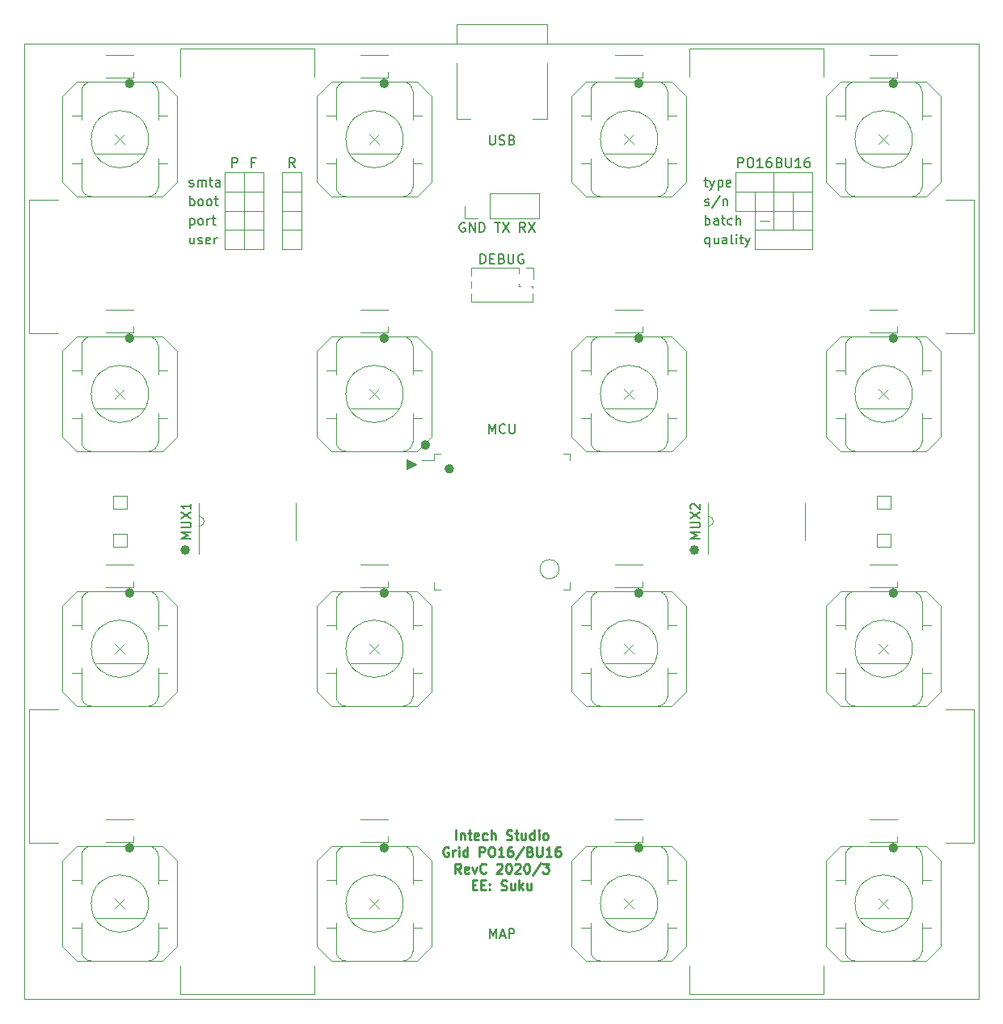
<source format=gbr>
G04 #@! TF.GenerationSoftware,KiCad,Pcbnew,(5.1.5)-3*
G04 #@! TF.CreationDate,2020-04-06T16:24:00+02:00*
G04 #@! TF.ProjectId,PO16_BU16,504f3136-5f42-4553-9136-2e6b69636164,rev?*
G04 #@! TF.SameCoordinates,Original*
G04 #@! TF.FileFunction,Legend,Top*
G04 #@! TF.FilePolarity,Positive*
%FSLAX46Y46*%
G04 Gerber Fmt 4.6, Leading zero omitted, Abs format (unit mm)*
G04 Created by KiCad (PCBNEW (5.1.5)-3) date 2020-04-06 16:24:00*
%MOMM*%
%LPD*%
G04 APERTURE LIST*
%ADD10C,0.150000*%
%ADD11C,0.120000*%
%ADD12C,0.250000*%
%ADD13C,0.500000*%
%ADD14C,0.100000*%
G04 APERTURE END LIST*
D10*
X129095238Y-62428571D02*
X129238095Y-62476190D01*
X129285714Y-62523809D01*
X129333333Y-62619047D01*
X129333333Y-62761904D01*
X129285714Y-62857142D01*
X129238095Y-62904761D01*
X129142857Y-62952380D01*
X128761904Y-62952380D01*
X128761904Y-61952380D01*
X129095238Y-61952380D01*
X129190476Y-62000000D01*
X129238095Y-62047619D01*
X129285714Y-62142857D01*
X129285714Y-62238095D01*
X129238095Y-62333333D01*
X129190476Y-62380952D01*
X129095238Y-62428571D01*
X128761904Y-62428571D01*
X129761904Y-61952380D02*
X129761904Y-62761904D01*
X129809523Y-62857142D01*
X129857142Y-62904761D01*
X129952380Y-62952380D01*
X130142857Y-62952380D01*
X130238095Y-62904761D01*
X130285714Y-62857142D01*
X130333333Y-62761904D01*
X130333333Y-61952380D01*
X131333333Y-62952380D02*
X130761904Y-62952380D01*
X131047619Y-62952380D02*
X131047619Y-61952380D01*
X130952380Y-62095238D01*
X130857142Y-62190476D01*
X130761904Y-62238095D01*
X132190476Y-61952380D02*
X132000000Y-61952380D01*
X131904761Y-62000000D01*
X131857142Y-62047619D01*
X131761904Y-62190476D01*
X131714285Y-62380952D01*
X131714285Y-62761904D01*
X131761904Y-62857142D01*
X131809523Y-62904761D01*
X131904761Y-62952380D01*
X132095238Y-62952380D01*
X132190476Y-62904761D01*
X132238095Y-62857142D01*
X132285714Y-62761904D01*
X132285714Y-62523809D01*
X132238095Y-62428571D01*
X132190476Y-62380952D01*
X132095238Y-62333333D01*
X131904761Y-62333333D01*
X131809523Y-62380952D01*
X131761904Y-62428571D01*
X131714285Y-62523809D01*
D11*
X132500000Y-63500000D02*
X132500000Y-65500000D01*
X130500000Y-65500000D02*
X128500000Y-65500000D01*
X132500000Y-65500000D02*
X130500000Y-65500000D01*
X128500000Y-65500000D02*
X128500000Y-63500000D01*
X128500000Y-63500000D02*
X132500000Y-63500000D01*
X130500000Y-65500000D02*
X128500000Y-65500000D01*
X132500000Y-65500000D02*
X130500000Y-65500000D01*
D10*
X67335595Y-66952380D02*
X67335595Y-65952380D01*
X67335595Y-66333333D02*
X67430833Y-66285714D01*
X67621309Y-66285714D01*
X67716547Y-66333333D01*
X67764166Y-66380952D01*
X67811785Y-66476190D01*
X67811785Y-66761904D01*
X67764166Y-66857142D01*
X67716547Y-66904761D01*
X67621309Y-66952380D01*
X67430833Y-66952380D01*
X67335595Y-66904761D01*
X68383214Y-66952380D02*
X68287976Y-66904761D01*
X68240357Y-66857142D01*
X68192738Y-66761904D01*
X68192738Y-66476190D01*
X68240357Y-66380952D01*
X68287976Y-66333333D01*
X68383214Y-66285714D01*
X68526071Y-66285714D01*
X68621309Y-66333333D01*
X68668928Y-66380952D01*
X68716547Y-66476190D01*
X68716547Y-66761904D01*
X68668928Y-66857142D01*
X68621309Y-66904761D01*
X68526071Y-66952380D01*
X68383214Y-66952380D01*
X69287976Y-66952380D02*
X69192738Y-66904761D01*
X69145119Y-66857142D01*
X69097500Y-66761904D01*
X69097500Y-66476190D01*
X69145119Y-66380952D01*
X69192738Y-66333333D01*
X69287976Y-66285714D01*
X69430833Y-66285714D01*
X69526071Y-66333333D01*
X69573690Y-66380952D01*
X69621309Y-66476190D01*
X69621309Y-66761904D01*
X69573690Y-66857142D01*
X69526071Y-66904761D01*
X69430833Y-66952380D01*
X69287976Y-66952380D01*
X69907023Y-66285714D02*
X70287976Y-66285714D01*
X70049880Y-65952380D02*
X70049880Y-66809523D01*
X70097500Y-66904761D01*
X70192738Y-66952380D01*
X70287976Y-66952380D01*
X121287976Y-66904761D02*
X121383214Y-66952380D01*
X121573690Y-66952380D01*
X121668928Y-66904761D01*
X121716547Y-66809523D01*
X121716547Y-66761904D01*
X121668928Y-66666666D01*
X121573690Y-66619047D01*
X121430833Y-66619047D01*
X121335595Y-66571428D01*
X121287976Y-66476190D01*
X121287976Y-66428571D01*
X121335595Y-66333333D01*
X121430833Y-66285714D01*
X121573690Y-66285714D01*
X121668928Y-66333333D01*
X122859404Y-65904761D02*
X122002261Y-67190476D01*
X123192738Y-66285714D02*
X123192738Y-66952380D01*
X123192738Y-66380952D02*
X123240357Y-66333333D01*
X123335595Y-66285714D01*
X123478452Y-66285714D01*
X123573690Y-66333333D01*
X123621309Y-66428571D01*
X123621309Y-66952380D01*
X121192738Y-64285714D02*
X121573690Y-64285714D01*
X121335595Y-63952380D02*
X121335595Y-64809523D01*
X121383214Y-64904761D01*
X121478452Y-64952380D01*
X121573690Y-64952380D01*
X121811785Y-64285714D02*
X122049880Y-64952380D01*
X122287976Y-64285714D02*
X122049880Y-64952380D01*
X121954642Y-65190476D01*
X121907023Y-65238095D01*
X121811785Y-65285714D01*
X122668928Y-64285714D02*
X122668928Y-65285714D01*
X122668928Y-64333333D02*
X122764166Y-64285714D01*
X122954642Y-64285714D01*
X123049880Y-64333333D01*
X123097500Y-64380952D01*
X123145119Y-64476190D01*
X123145119Y-64761904D01*
X123097500Y-64857142D01*
X123049880Y-64904761D01*
X122954642Y-64952380D01*
X122764166Y-64952380D01*
X122668928Y-64904761D01*
X123954642Y-64904761D02*
X123859404Y-64952380D01*
X123668928Y-64952380D01*
X123573690Y-64904761D01*
X123526071Y-64809523D01*
X123526071Y-64428571D01*
X123573690Y-64333333D01*
X123668928Y-64285714D01*
X123859404Y-64285714D01*
X123954642Y-64333333D01*
X124002261Y-64428571D01*
X124002261Y-64523809D01*
X123526071Y-64619047D01*
X124761904Y-62952380D02*
X124761904Y-61952380D01*
X125142857Y-61952380D01*
X125238095Y-62000000D01*
X125285714Y-62047619D01*
X125333333Y-62142857D01*
X125333333Y-62285714D01*
X125285714Y-62380952D01*
X125238095Y-62428571D01*
X125142857Y-62476190D01*
X124761904Y-62476190D01*
X125952380Y-61952380D02*
X126142857Y-61952380D01*
X126238095Y-62000000D01*
X126333333Y-62095238D01*
X126380952Y-62285714D01*
X126380952Y-62619047D01*
X126333333Y-62809523D01*
X126238095Y-62904761D01*
X126142857Y-62952380D01*
X125952380Y-62952380D01*
X125857142Y-62904761D01*
X125761904Y-62809523D01*
X125714285Y-62619047D01*
X125714285Y-62285714D01*
X125761904Y-62095238D01*
X125857142Y-62000000D01*
X125952380Y-61952380D01*
X127333333Y-62952380D02*
X126761904Y-62952380D01*
X127047619Y-62952380D02*
X127047619Y-61952380D01*
X126952380Y-62095238D01*
X126857142Y-62190476D01*
X126761904Y-62238095D01*
X128190476Y-61952380D02*
X128000000Y-61952380D01*
X127904761Y-62000000D01*
X127857142Y-62047619D01*
X127761904Y-62190476D01*
X127714285Y-62380952D01*
X127714285Y-62761904D01*
X127761904Y-62857142D01*
X127809523Y-62904761D01*
X127904761Y-62952380D01*
X128095238Y-62952380D01*
X128190476Y-62904761D01*
X128238095Y-62857142D01*
X128285714Y-62761904D01*
X128285714Y-62523809D01*
X128238095Y-62428571D01*
X128190476Y-62380952D01*
X128095238Y-62333333D01*
X127904761Y-62333333D01*
X127809523Y-62380952D01*
X127761904Y-62428571D01*
X127714285Y-62523809D01*
X121764166Y-70285714D02*
X121764166Y-71285714D01*
X121764166Y-70904761D02*
X121668928Y-70952380D01*
X121478452Y-70952380D01*
X121383214Y-70904761D01*
X121335595Y-70857142D01*
X121287976Y-70761904D01*
X121287976Y-70476190D01*
X121335595Y-70380952D01*
X121383214Y-70333333D01*
X121478452Y-70285714D01*
X121668928Y-70285714D01*
X121764166Y-70333333D01*
X122668928Y-70285714D02*
X122668928Y-70952380D01*
X122240357Y-70285714D02*
X122240357Y-70809523D01*
X122287976Y-70904761D01*
X122383214Y-70952380D01*
X122526071Y-70952380D01*
X122621309Y-70904761D01*
X122668928Y-70857142D01*
X123573690Y-70952380D02*
X123573690Y-70428571D01*
X123526071Y-70333333D01*
X123430833Y-70285714D01*
X123240357Y-70285714D01*
X123145119Y-70333333D01*
X123573690Y-70904761D02*
X123478452Y-70952380D01*
X123240357Y-70952380D01*
X123145119Y-70904761D01*
X123097500Y-70809523D01*
X123097500Y-70714285D01*
X123145119Y-70619047D01*
X123240357Y-70571428D01*
X123478452Y-70571428D01*
X123573690Y-70523809D01*
X124192738Y-70952380D02*
X124097500Y-70904761D01*
X124049880Y-70809523D01*
X124049880Y-69952380D01*
X124573690Y-70952380D02*
X124573690Y-70285714D01*
X124573690Y-69952380D02*
X124526071Y-70000000D01*
X124573690Y-70047619D01*
X124621309Y-70000000D01*
X124573690Y-69952380D01*
X124573690Y-70047619D01*
X124907023Y-70285714D02*
X125287976Y-70285714D01*
X125049880Y-69952380D02*
X125049880Y-70809523D01*
X125097500Y-70904761D01*
X125192738Y-70952380D01*
X125287976Y-70952380D01*
X125526071Y-70285714D02*
X125764166Y-70952380D01*
X126002261Y-70285714D02*
X125764166Y-70952380D01*
X125668928Y-71190476D01*
X125621309Y-71238095D01*
X125526071Y-71285714D01*
X121335595Y-68952380D02*
X121335595Y-67952380D01*
X121335595Y-68333333D02*
X121430833Y-68285714D01*
X121621309Y-68285714D01*
X121716547Y-68333333D01*
X121764166Y-68380952D01*
X121811785Y-68476190D01*
X121811785Y-68761904D01*
X121764166Y-68857142D01*
X121716547Y-68904761D01*
X121621309Y-68952380D01*
X121430833Y-68952380D01*
X121335595Y-68904761D01*
X122668928Y-68952380D02*
X122668928Y-68428571D01*
X122621309Y-68333333D01*
X122526071Y-68285714D01*
X122335595Y-68285714D01*
X122240357Y-68333333D01*
X122668928Y-68904761D02*
X122573690Y-68952380D01*
X122335595Y-68952380D01*
X122240357Y-68904761D01*
X122192738Y-68809523D01*
X122192738Y-68714285D01*
X122240357Y-68619047D01*
X122335595Y-68571428D01*
X122573690Y-68571428D01*
X122668928Y-68523809D01*
X123002261Y-68285714D02*
X123383214Y-68285714D01*
X123145119Y-67952380D02*
X123145119Y-68809523D01*
X123192738Y-68904761D01*
X123287976Y-68952380D01*
X123383214Y-68952380D01*
X124145119Y-68904761D02*
X124049880Y-68952380D01*
X123859404Y-68952380D01*
X123764166Y-68904761D01*
X123716547Y-68857142D01*
X123668928Y-68761904D01*
X123668928Y-68476190D01*
X123716547Y-68380952D01*
X123764166Y-68333333D01*
X123859404Y-68285714D01*
X124049880Y-68285714D01*
X124145119Y-68333333D01*
X124573690Y-68952380D02*
X124573690Y-67952380D01*
X125002261Y-68952380D02*
X125002261Y-68428571D01*
X124954642Y-68333333D01*
X124859404Y-68285714D01*
X124716547Y-68285714D01*
X124621309Y-68333333D01*
X124573690Y-68380952D01*
X67335595Y-68285714D02*
X67335595Y-69285714D01*
X67335595Y-68333333D02*
X67430833Y-68285714D01*
X67621309Y-68285714D01*
X67716547Y-68333333D01*
X67764166Y-68380952D01*
X67811785Y-68476190D01*
X67811785Y-68761904D01*
X67764166Y-68857142D01*
X67716547Y-68904761D01*
X67621309Y-68952380D01*
X67430833Y-68952380D01*
X67335595Y-68904761D01*
X68383214Y-68952380D02*
X68287976Y-68904761D01*
X68240357Y-68857142D01*
X68192738Y-68761904D01*
X68192738Y-68476190D01*
X68240357Y-68380952D01*
X68287976Y-68333333D01*
X68383214Y-68285714D01*
X68526071Y-68285714D01*
X68621309Y-68333333D01*
X68668928Y-68380952D01*
X68716547Y-68476190D01*
X68716547Y-68761904D01*
X68668928Y-68857142D01*
X68621309Y-68904761D01*
X68526071Y-68952380D01*
X68383214Y-68952380D01*
X69145119Y-68952380D02*
X69145119Y-68285714D01*
X69145119Y-68476190D02*
X69192738Y-68380952D01*
X69240357Y-68333333D01*
X69335595Y-68285714D01*
X69430833Y-68285714D01*
X69621309Y-68285714D02*
X70002261Y-68285714D01*
X69764166Y-67952380D02*
X69764166Y-68809523D01*
X69811785Y-68904761D01*
X69907023Y-68952380D01*
X70002261Y-68952380D01*
X67287976Y-64904761D02*
X67383214Y-64952380D01*
X67573690Y-64952380D01*
X67668928Y-64904761D01*
X67716547Y-64809523D01*
X67716547Y-64761904D01*
X67668928Y-64666666D01*
X67573690Y-64619047D01*
X67430833Y-64619047D01*
X67335595Y-64571428D01*
X67287976Y-64476190D01*
X67287976Y-64428571D01*
X67335595Y-64333333D01*
X67430833Y-64285714D01*
X67573690Y-64285714D01*
X67668928Y-64333333D01*
X68145119Y-64952380D02*
X68145119Y-64285714D01*
X68145119Y-64380952D02*
X68192738Y-64333333D01*
X68287976Y-64285714D01*
X68430833Y-64285714D01*
X68526071Y-64333333D01*
X68573690Y-64428571D01*
X68573690Y-64952380D01*
X68573690Y-64428571D02*
X68621309Y-64333333D01*
X68716547Y-64285714D01*
X68859404Y-64285714D01*
X68954642Y-64333333D01*
X69002261Y-64428571D01*
X69002261Y-64952380D01*
X69335595Y-64285714D02*
X69716547Y-64285714D01*
X69478452Y-63952380D02*
X69478452Y-64809523D01*
X69526071Y-64904761D01*
X69621309Y-64952380D01*
X69716547Y-64952380D01*
X70478452Y-64952380D02*
X70478452Y-64428571D01*
X70430833Y-64333333D01*
X70335595Y-64285714D01*
X70145119Y-64285714D01*
X70049880Y-64333333D01*
X70478452Y-64904761D02*
X70383214Y-64952380D01*
X70145119Y-64952380D01*
X70049880Y-64904761D01*
X70002261Y-64809523D01*
X70002261Y-64714285D01*
X70049880Y-64619047D01*
X70145119Y-64571428D01*
X70383214Y-64571428D01*
X70478452Y-64523809D01*
X71738095Y-62952380D02*
X71738095Y-61952380D01*
X72119047Y-61952380D01*
X72214285Y-62000000D01*
X72261904Y-62047619D01*
X72309523Y-62142857D01*
X72309523Y-62285714D01*
X72261904Y-62380952D01*
X72214285Y-62428571D01*
X72119047Y-62476190D01*
X71738095Y-62476190D01*
X74142857Y-62428571D02*
X73809523Y-62428571D01*
X73809523Y-62952380D02*
X73809523Y-61952380D01*
X74285714Y-61952380D01*
X67764166Y-70285714D02*
X67764166Y-70952380D01*
X67335595Y-70285714D02*
X67335595Y-70809523D01*
X67383214Y-70904761D01*
X67478452Y-70952380D01*
X67621309Y-70952380D01*
X67716547Y-70904761D01*
X67764166Y-70857142D01*
X68192738Y-70904761D02*
X68287976Y-70952380D01*
X68478452Y-70952380D01*
X68573690Y-70904761D01*
X68621309Y-70809523D01*
X68621309Y-70761904D01*
X68573690Y-70666666D01*
X68478452Y-70619047D01*
X68335595Y-70619047D01*
X68240357Y-70571428D01*
X68192738Y-70476190D01*
X68192738Y-70428571D01*
X68240357Y-70333333D01*
X68335595Y-70285714D01*
X68478452Y-70285714D01*
X68573690Y-70333333D01*
X69430833Y-70904761D02*
X69335595Y-70952380D01*
X69145119Y-70952380D01*
X69049880Y-70904761D01*
X69002261Y-70809523D01*
X69002261Y-70428571D01*
X69049880Y-70333333D01*
X69145119Y-70285714D01*
X69335595Y-70285714D01*
X69430833Y-70333333D01*
X69478452Y-70428571D01*
X69478452Y-70523809D01*
X69002261Y-70619047D01*
X69907023Y-70952380D02*
X69907023Y-70285714D01*
X69907023Y-70476190D02*
X69954642Y-70380952D01*
X70002261Y-70333333D01*
X70097500Y-70285714D01*
X70192738Y-70285714D01*
X78309523Y-62952380D02*
X77976190Y-62476190D01*
X77738095Y-62952380D02*
X77738095Y-61952380D01*
X78119047Y-61952380D01*
X78214285Y-62000000D01*
X78261904Y-62047619D01*
X78309523Y-62142857D01*
X78309523Y-62285714D01*
X78261904Y-62380952D01*
X78214285Y-62428571D01*
X78119047Y-62476190D01*
X77738095Y-62476190D01*
D11*
X124500000Y-65500000D02*
X124500000Y-63500000D01*
X124500000Y-63500000D02*
X128500000Y-63500000D01*
X128500000Y-63500000D02*
X128500000Y-65500000D01*
X126500000Y-65500000D02*
X124500000Y-65500000D01*
X128500000Y-65500000D02*
X126500000Y-65500000D01*
X73000000Y-67500000D02*
X71000000Y-67500000D01*
X75000000Y-67500000D02*
X73000000Y-67500000D01*
X75000000Y-65500000D02*
X73000000Y-65500000D01*
X73000000Y-67500000D02*
X73000000Y-65500000D01*
X71000000Y-67500000D02*
X73000000Y-67500000D01*
X71000000Y-65500000D02*
X71000000Y-67500000D01*
X73000000Y-67500000D02*
X75000000Y-67500000D01*
X73000000Y-65500000D02*
X71000000Y-65500000D01*
X75000000Y-67500000D02*
X75000000Y-65500000D01*
X75000000Y-65500000D02*
X75000000Y-67500000D01*
X73000000Y-65500000D02*
X73000000Y-67500000D01*
X71000000Y-65500000D02*
X73000000Y-65500000D01*
X73000000Y-65500000D02*
X75000000Y-65500000D01*
X77000000Y-65500000D02*
X79000000Y-65500000D01*
X128500000Y-69500000D02*
X130500000Y-69500000D01*
X128500000Y-67500000D02*
X128500000Y-69500000D01*
X130500000Y-69500000D02*
X130500000Y-67500000D01*
X127000000Y-68500000D02*
X128000000Y-68500000D01*
X128500000Y-69500000D02*
X126500000Y-69500000D01*
X128500000Y-67500000D02*
X128500000Y-69500000D01*
X128500000Y-69500000D02*
X128500000Y-67500000D01*
X130500000Y-69500000D02*
X128500000Y-69500000D01*
X130500000Y-67500000D02*
X130500000Y-69500000D01*
X126500000Y-69500000D02*
X128500000Y-69500000D01*
X126500000Y-67500000D02*
X126500000Y-69500000D01*
X77000000Y-69500000D02*
X79000000Y-69500000D01*
X79000000Y-67500000D02*
X77000000Y-67500000D01*
X77000000Y-67500000D02*
X77000000Y-69500000D01*
X79000000Y-69500000D02*
X79000000Y-67500000D01*
X79000000Y-71500000D02*
X79000000Y-69500000D01*
X77000000Y-69500000D02*
X77000000Y-71500000D01*
X79000000Y-69500000D02*
X77000000Y-69500000D01*
X77000000Y-71500000D02*
X79000000Y-71500000D01*
X77000000Y-67500000D02*
X79000000Y-67500000D01*
X79000000Y-65500000D02*
X77000000Y-65500000D01*
X77000000Y-65500000D02*
X77000000Y-67500000D01*
X79000000Y-67500000D02*
X79000000Y-65500000D01*
X126500000Y-71500000D02*
X126500000Y-69500000D01*
X126500000Y-69500000D02*
X130500000Y-69500000D01*
X132500000Y-69500000D02*
X132500000Y-71500000D01*
X128500000Y-71500000D02*
X126500000Y-71500000D01*
X132500000Y-71500000D02*
X128500000Y-71500000D01*
X130500000Y-71500000D02*
X128500000Y-71500000D01*
X128500000Y-71500000D02*
X126500000Y-71500000D01*
X130500000Y-67500000D02*
X132500000Y-67500000D01*
X130500000Y-65500000D02*
X132500000Y-65500000D01*
X130500000Y-65500000D02*
X130500000Y-67500000D01*
X132500000Y-67500000D02*
X132500000Y-65500000D01*
X132500000Y-67500000D02*
X130500000Y-67500000D01*
X130500000Y-67500000D02*
X130500000Y-65500000D01*
X132500000Y-65500000D02*
X130500000Y-65500000D01*
X75000000Y-63500000D02*
X73000000Y-63500000D01*
X73000000Y-65500000D02*
X73000000Y-63500000D01*
X71000000Y-67500000D02*
X73000000Y-67500000D01*
X71000000Y-63500000D02*
X71000000Y-65500000D01*
X73000000Y-63500000D02*
X71000000Y-63500000D01*
X73000000Y-63500000D02*
X73000000Y-65500000D01*
X73000000Y-67500000D02*
X75000000Y-67500000D01*
X75000000Y-65500000D02*
X75000000Y-63500000D01*
X79000000Y-63500000D02*
X77000000Y-63500000D01*
X77000000Y-63500000D02*
X77000000Y-65500000D01*
X79000000Y-65500000D02*
X79000000Y-63500000D01*
X75000000Y-67500000D02*
X75000000Y-69500000D01*
X75000000Y-69500000D02*
X75000000Y-67500000D01*
X73000000Y-67500000D02*
X71000000Y-67500000D01*
X71000000Y-67500000D02*
X71000000Y-69500000D01*
X71000000Y-69500000D02*
X73000000Y-69500000D01*
X73000000Y-69500000D02*
X73000000Y-67500000D01*
X75000000Y-67500000D02*
X73000000Y-67500000D01*
X75000000Y-69500000D02*
X75000000Y-71500000D01*
X75000000Y-71500000D02*
X75000000Y-69500000D01*
X73000000Y-71500000D02*
X75000000Y-71500000D01*
X73000000Y-69500000D02*
X73000000Y-71500000D01*
X73000000Y-69500000D02*
X71000000Y-69500000D01*
X71000000Y-69500000D02*
X71000000Y-71500000D01*
X71000000Y-71500000D02*
X73000000Y-71500000D01*
X75000000Y-69500000D02*
X73000000Y-69500000D01*
X73000000Y-69500000D02*
X75000000Y-69500000D01*
X73000000Y-67500000D02*
X73000000Y-69500000D01*
X73000000Y-71500000D02*
X73000000Y-69500000D01*
X73000000Y-71500000D02*
X71000000Y-71500000D01*
X75000000Y-71500000D02*
X73000000Y-71500000D01*
X132500000Y-67500000D02*
X132500000Y-69500000D01*
X132500000Y-69500000D02*
X130500000Y-69500000D01*
X128500000Y-67500000D02*
X126500000Y-67500000D01*
X132500000Y-69500000D02*
X132500000Y-67500000D01*
X130500000Y-69500000D02*
X132500000Y-69500000D01*
X126500000Y-67500000D02*
X124500000Y-67500000D01*
X130500000Y-67500000D02*
X128500000Y-67500000D01*
X130500000Y-67500000D02*
X130500000Y-65500000D01*
X128500000Y-67500000D02*
X130500000Y-67500000D01*
X128500000Y-65500000D02*
X128500000Y-67500000D01*
X130500000Y-65500000D02*
X128500000Y-65500000D01*
X128500000Y-67500000D02*
X128500000Y-65500000D01*
X126500000Y-67500000D02*
X128500000Y-67500000D01*
X130500000Y-67500000D02*
X130500000Y-69500000D01*
X126500000Y-65500000D02*
X126500000Y-67500000D01*
X124500000Y-65500000D02*
X124500000Y-67500000D01*
X124500000Y-67500000D02*
X126500000Y-67500000D01*
X126500000Y-67500000D02*
X126500000Y-65500000D01*
X128500000Y-65500000D02*
X126500000Y-65500000D01*
X126500000Y-65500000D02*
X124500000Y-65500000D01*
D10*
X98738095Y-59574380D02*
X98738095Y-60383904D01*
X98785714Y-60479142D01*
X98833333Y-60526761D01*
X98928571Y-60574380D01*
X99119047Y-60574380D01*
X99214285Y-60526761D01*
X99261904Y-60479142D01*
X99309523Y-60383904D01*
X99309523Y-59574380D01*
X99738095Y-60526761D02*
X99880952Y-60574380D01*
X100119047Y-60574380D01*
X100214285Y-60526761D01*
X100261904Y-60479142D01*
X100309523Y-60383904D01*
X100309523Y-60288666D01*
X100261904Y-60193428D01*
X100214285Y-60145809D01*
X100119047Y-60098190D01*
X99928571Y-60050571D01*
X99833333Y-60002952D01*
X99785714Y-59955333D01*
X99738095Y-59860095D01*
X99738095Y-59764857D01*
X99785714Y-59669619D01*
X99833333Y-59622000D01*
X99928571Y-59574380D01*
X100166666Y-59574380D01*
X100309523Y-59622000D01*
X101071428Y-60050571D02*
X101214285Y-60098190D01*
X101261904Y-60145809D01*
X101309523Y-60241047D01*
X101309523Y-60383904D01*
X101261904Y-60479142D01*
X101214285Y-60526761D01*
X101119047Y-60574380D01*
X100738095Y-60574380D01*
X100738095Y-59574380D01*
X101071428Y-59574380D01*
X101166666Y-59622000D01*
X101214285Y-59669619D01*
X101261904Y-59764857D01*
X101261904Y-59860095D01*
X101214285Y-59955333D01*
X101166666Y-60002952D01*
X101071428Y-60050571D01*
X100738095Y-60050571D01*
X96134857Y-68766000D02*
X96039619Y-68718380D01*
X95896761Y-68718380D01*
X95753904Y-68766000D01*
X95658666Y-68861238D01*
X95611047Y-68956476D01*
X95563428Y-69146952D01*
X95563428Y-69289809D01*
X95611047Y-69480285D01*
X95658666Y-69575523D01*
X95753904Y-69670761D01*
X95896761Y-69718380D01*
X95992000Y-69718380D01*
X96134857Y-69670761D01*
X96182476Y-69623142D01*
X96182476Y-69289809D01*
X95992000Y-69289809D01*
X96611047Y-69718380D02*
X96611047Y-68718380D01*
X97182476Y-69718380D01*
X97182476Y-68718380D01*
X97658666Y-69718380D02*
X97658666Y-68718380D01*
X97896761Y-68718380D01*
X98039619Y-68766000D01*
X98134857Y-68861238D01*
X98182476Y-68956476D01*
X98230095Y-69146952D01*
X98230095Y-69289809D01*
X98182476Y-69480285D01*
X98134857Y-69575523D01*
X98039619Y-69670761D01*
X97896761Y-69718380D01*
X97658666Y-69718380D01*
X99277714Y-68718380D02*
X99849142Y-68718380D01*
X99563428Y-69718380D02*
X99563428Y-68718380D01*
X100087238Y-68718380D02*
X100753904Y-69718380D01*
X100753904Y-68718380D02*
X100087238Y-69718380D01*
X102468190Y-69718380D02*
X102134857Y-69242190D01*
X101896761Y-69718380D02*
X101896761Y-68718380D01*
X102277714Y-68718380D01*
X102372952Y-68766000D01*
X102420571Y-68813619D01*
X102468190Y-68908857D01*
X102468190Y-69051714D01*
X102420571Y-69146952D01*
X102372952Y-69194571D01*
X102277714Y-69242190D01*
X101896761Y-69242190D01*
X102801523Y-68718380D02*
X103468190Y-69718380D01*
X103468190Y-68718380D02*
X102801523Y-69718380D01*
X97761904Y-73020380D02*
X97761904Y-72020380D01*
X98000000Y-72020380D01*
X98142857Y-72068000D01*
X98238095Y-72163238D01*
X98285714Y-72258476D01*
X98333333Y-72448952D01*
X98333333Y-72591809D01*
X98285714Y-72782285D01*
X98238095Y-72877523D01*
X98142857Y-72972761D01*
X98000000Y-73020380D01*
X97761904Y-73020380D01*
X98761904Y-72496571D02*
X99095238Y-72496571D01*
X99238095Y-73020380D02*
X98761904Y-73020380D01*
X98761904Y-72020380D01*
X99238095Y-72020380D01*
X100000000Y-72496571D02*
X100142857Y-72544190D01*
X100190476Y-72591809D01*
X100238095Y-72687047D01*
X100238095Y-72829904D01*
X100190476Y-72925142D01*
X100142857Y-72972761D01*
X100047619Y-73020380D01*
X99666666Y-73020380D01*
X99666666Y-72020380D01*
X100000000Y-72020380D01*
X100095238Y-72068000D01*
X100142857Y-72115619D01*
X100190476Y-72210857D01*
X100190476Y-72306095D01*
X100142857Y-72401333D01*
X100095238Y-72448952D01*
X100000000Y-72496571D01*
X99666666Y-72496571D01*
X100666666Y-72020380D02*
X100666666Y-72829904D01*
X100714285Y-72925142D01*
X100761904Y-72972761D01*
X100857142Y-73020380D01*
X101047619Y-73020380D01*
X101142857Y-72972761D01*
X101190476Y-72925142D01*
X101238095Y-72829904D01*
X101238095Y-72020380D01*
X102238095Y-72068000D02*
X102142857Y-72020380D01*
X102000000Y-72020380D01*
X101857142Y-72068000D01*
X101761904Y-72163238D01*
X101714285Y-72258476D01*
X101666666Y-72448952D01*
X101666666Y-72591809D01*
X101714285Y-72782285D01*
X101761904Y-72877523D01*
X101857142Y-72972761D01*
X102000000Y-73020380D01*
X102095238Y-73020380D01*
X102238095Y-72972761D01*
X102285714Y-72925142D01*
X102285714Y-72591809D01*
X102095238Y-72591809D01*
X98738095Y-143632380D02*
X98738095Y-142632380D01*
X99071428Y-143346666D01*
X99404761Y-142632380D01*
X99404761Y-143632380D01*
X99833333Y-143346666D02*
X100309523Y-143346666D01*
X99738095Y-143632380D02*
X100071428Y-142632380D01*
X100404761Y-143632380D01*
X100738095Y-143632380D02*
X100738095Y-142632380D01*
X101119047Y-142632380D01*
X101214285Y-142680000D01*
X101261904Y-142727619D01*
X101309523Y-142822857D01*
X101309523Y-142965714D01*
X101261904Y-143060952D01*
X101214285Y-143108571D01*
X101119047Y-143156190D01*
X100738095Y-143156190D01*
X98642857Y-90800380D02*
X98642857Y-89800380D01*
X98976190Y-90514666D01*
X99309523Y-89800380D01*
X99309523Y-90800380D01*
X100357142Y-90705142D02*
X100309523Y-90752761D01*
X100166666Y-90800380D01*
X100071428Y-90800380D01*
X99928571Y-90752761D01*
X99833333Y-90657523D01*
X99785714Y-90562285D01*
X99738095Y-90371809D01*
X99738095Y-90228952D01*
X99785714Y-90038476D01*
X99833333Y-89943238D01*
X99928571Y-89848000D01*
X100071428Y-89800380D01*
X100166666Y-89800380D01*
X100309523Y-89848000D01*
X100357142Y-89895619D01*
X100785714Y-89800380D02*
X100785714Y-90609904D01*
X100833333Y-90705142D01*
X100880952Y-90752761D01*
X100976190Y-90800380D01*
X101166666Y-90800380D01*
X101261904Y-90752761D01*
X101309523Y-90705142D01*
X101357142Y-90609904D01*
X101357142Y-89800380D01*
X120772380Y-101809523D02*
X119772380Y-101809523D01*
X120486666Y-101476190D01*
X119772380Y-101142857D01*
X120772380Y-101142857D01*
X119772380Y-100666666D02*
X120581904Y-100666666D01*
X120677142Y-100619047D01*
X120724761Y-100571428D01*
X120772380Y-100476190D01*
X120772380Y-100285714D01*
X120724761Y-100190476D01*
X120677142Y-100142857D01*
X120581904Y-100095238D01*
X119772380Y-100095238D01*
X119772380Y-99714285D02*
X120772380Y-99047619D01*
X119772380Y-99047619D02*
X120772380Y-99714285D01*
X119867619Y-98714285D02*
X119820000Y-98666666D01*
X119772380Y-98571428D01*
X119772380Y-98333333D01*
X119820000Y-98238095D01*
X119867619Y-98190476D01*
X119962857Y-98142857D01*
X120058095Y-98142857D01*
X120200952Y-98190476D01*
X120772380Y-98761904D01*
X120772380Y-98142857D01*
X67432380Y-101809523D02*
X66432380Y-101809523D01*
X67146666Y-101476190D01*
X66432380Y-101142857D01*
X67432380Y-101142857D01*
X66432380Y-100666666D02*
X67241904Y-100666666D01*
X67337142Y-100619047D01*
X67384761Y-100571428D01*
X67432380Y-100476190D01*
X67432380Y-100285714D01*
X67384761Y-100190476D01*
X67337142Y-100142857D01*
X67241904Y-100095238D01*
X66432380Y-100095238D01*
X66432380Y-99714285D02*
X67432380Y-99047619D01*
X66432380Y-99047619D02*
X67432380Y-99714285D01*
X67432380Y-98142857D02*
X67432380Y-98714285D01*
X67432380Y-98428571D02*
X66432380Y-98428571D01*
X66575238Y-98523809D01*
X66670476Y-98619047D01*
X66718095Y-98714285D01*
D12*
X95214285Y-133327380D02*
X95214285Y-132327380D01*
X95690476Y-132660714D02*
X95690476Y-133327380D01*
X95690476Y-132755952D02*
X95738095Y-132708333D01*
X95833333Y-132660714D01*
X95976190Y-132660714D01*
X96071428Y-132708333D01*
X96119047Y-132803571D01*
X96119047Y-133327380D01*
X96452380Y-132660714D02*
X96833333Y-132660714D01*
X96595238Y-132327380D02*
X96595238Y-133184523D01*
X96642857Y-133279761D01*
X96738095Y-133327380D01*
X96833333Y-133327380D01*
X97547619Y-133279761D02*
X97452380Y-133327380D01*
X97261904Y-133327380D01*
X97166666Y-133279761D01*
X97119047Y-133184523D01*
X97119047Y-132803571D01*
X97166666Y-132708333D01*
X97261904Y-132660714D01*
X97452380Y-132660714D01*
X97547619Y-132708333D01*
X97595238Y-132803571D01*
X97595238Y-132898809D01*
X97119047Y-132994047D01*
X98452380Y-133279761D02*
X98357142Y-133327380D01*
X98166666Y-133327380D01*
X98071428Y-133279761D01*
X98023809Y-133232142D01*
X97976190Y-133136904D01*
X97976190Y-132851190D01*
X98023809Y-132755952D01*
X98071428Y-132708333D01*
X98166666Y-132660714D01*
X98357142Y-132660714D01*
X98452380Y-132708333D01*
X98880952Y-133327380D02*
X98880952Y-132327380D01*
X99309523Y-133327380D02*
X99309523Y-132803571D01*
X99261904Y-132708333D01*
X99166666Y-132660714D01*
X99023809Y-132660714D01*
X98928571Y-132708333D01*
X98880952Y-132755952D01*
X100500000Y-133279761D02*
X100642857Y-133327380D01*
X100880952Y-133327380D01*
X100976190Y-133279761D01*
X101023809Y-133232142D01*
X101071428Y-133136904D01*
X101071428Y-133041666D01*
X101023809Y-132946428D01*
X100976190Y-132898809D01*
X100880952Y-132851190D01*
X100690476Y-132803571D01*
X100595238Y-132755952D01*
X100547619Y-132708333D01*
X100500000Y-132613095D01*
X100500000Y-132517857D01*
X100547619Y-132422619D01*
X100595238Y-132375000D01*
X100690476Y-132327380D01*
X100928571Y-132327380D01*
X101071428Y-132375000D01*
X101357142Y-132660714D02*
X101738095Y-132660714D01*
X101500000Y-132327380D02*
X101500000Y-133184523D01*
X101547619Y-133279761D01*
X101642857Y-133327380D01*
X101738095Y-133327380D01*
X102500000Y-132660714D02*
X102500000Y-133327380D01*
X102071428Y-132660714D02*
X102071428Y-133184523D01*
X102119047Y-133279761D01*
X102214285Y-133327380D01*
X102357142Y-133327380D01*
X102452380Y-133279761D01*
X102500000Y-133232142D01*
X103404761Y-133327380D02*
X103404761Y-132327380D01*
X103404761Y-133279761D02*
X103309523Y-133327380D01*
X103119047Y-133327380D01*
X103023809Y-133279761D01*
X102976190Y-133232142D01*
X102928571Y-133136904D01*
X102928571Y-132851190D01*
X102976190Y-132755952D01*
X103023809Y-132708333D01*
X103119047Y-132660714D01*
X103309523Y-132660714D01*
X103404761Y-132708333D01*
X103880952Y-133327380D02*
X103880952Y-132660714D01*
X103880952Y-132327380D02*
X103833333Y-132375000D01*
X103880952Y-132422619D01*
X103928571Y-132375000D01*
X103880952Y-132327380D01*
X103880952Y-132422619D01*
X104500000Y-133327380D02*
X104404761Y-133279761D01*
X104357142Y-133232142D01*
X104309523Y-133136904D01*
X104309523Y-132851190D01*
X104357142Y-132755952D01*
X104404761Y-132708333D01*
X104500000Y-132660714D01*
X104642857Y-132660714D01*
X104738095Y-132708333D01*
X104785714Y-132755952D01*
X104833333Y-132851190D01*
X104833333Y-133136904D01*
X104785714Y-133232142D01*
X104738095Y-133279761D01*
X104642857Y-133327380D01*
X104500000Y-133327380D01*
X94404761Y-134125000D02*
X94309523Y-134077380D01*
X94166666Y-134077380D01*
X94023809Y-134125000D01*
X93928571Y-134220238D01*
X93880952Y-134315476D01*
X93833333Y-134505952D01*
X93833333Y-134648809D01*
X93880952Y-134839285D01*
X93928571Y-134934523D01*
X94023809Y-135029761D01*
X94166666Y-135077380D01*
X94261904Y-135077380D01*
X94404761Y-135029761D01*
X94452380Y-134982142D01*
X94452380Y-134648809D01*
X94261904Y-134648809D01*
X94880952Y-135077380D02*
X94880952Y-134410714D01*
X94880952Y-134601190D02*
X94928571Y-134505952D01*
X94976190Y-134458333D01*
X95071428Y-134410714D01*
X95166666Y-134410714D01*
X95500000Y-135077380D02*
X95500000Y-134410714D01*
X95500000Y-134077380D02*
X95452380Y-134125000D01*
X95500000Y-134172619D01*
X95547619Y-134125000D01*
X95500000Y-134077380D01*
X95500000Y-134172619D01*
X96404761Y-135077380D02*
X96404761Y-134077380D01*
X96404761Y-135029761D02*
X96309523Y-135077380D01*
X96119047Y-135077380D01*
X96023809Y-135029761D01*
X95976190Y-134982142D01*
X95928571Y-134886904D01*
X95928571Y-134601190D01*
X95976190Y-134505952D01*
X96023809Y-134458333D01*
X96119047Y-134410714D01*
X96309523Y-134410714D01*
X96404761Y-134458333D01*
X97642857Y-135077380D02*
X97642857Y-134077380D01*
X98023809Y-134077380D01*
X98119047Y-134125000D01*
X98166666Y-134172619D01*
X98214285Y-134267857D01*
X98214285Y-134410714D01*
X98166666Y-134505952D01*
X98119047Y-134553571D01*
X98023809Y-134601190D01*
X97642857Y-134601190D01*
X98833333Y-134077380D02*
X99023809Y-134077380D01*
X99119047Y-134125000D01*
X99214285Y-134220238D01*
X99261904Y-134410714D01*
X99261904Y-134744047D01*
X99214285Y-134934523D01*
X99119047Y-135029761D01*
X99023809Y-135077380D01*
X98833333Y-135077380D01*
X98738095Y-135029761D01*
X98642857Y-134934523D01*
X98595238Y-134744047D01*
X98595238Y-134410714D01*
X98642857Y-134220238D01*
X98738095Y-134125000D01*
X98833333Y-134077380D01*
X100214285Y-135077380D02*
X99642857Y-135077380D01*
X99928571Y-135077380D02*
X99928571Y-134077380D01*
X99833333Y-134220238D01*
X99738095Y-134315476D01*
X99642857Y-134363095D01*
X101071428Y-134077380D02*
X100880952Y-134077380D01*
X100785714Y-134125000D01*
X100738095Y-134172619D01*
X100642857Y-134315476D01*
X100595238Y-134505952D01*
X100595238Y-134886904D01*
X100642857Y-134982142D01*
X100690476Y-135029761D01*
X100785714Y-135077380D01*
X100976190Y-135077380D01*
X101071428Y-135029761D01*
X101119047Y-134982142D01*
X101166666Y-134886904D01*
X101166666Y-134648809D01*
X101119047Y-134553571D01*
X101071428Y-134505952D01*
X100976190Y-134458333D01*
X100785714Y-134458333D01*
X100690476Y-134505952D01*
X100642857Y-134553571D01*
X100595238Y-134648809D01*
X102309523Y-134029761D02*
X101452380Y-135315476D01*
X102976190Y-134553571D02*
X103119047Y-134601190D01*
X103166666Y-134648809D01*
X103214285Y-134744047D01*
X103214285Y-134886904D01*
X103166666Y-134982142D01*
X103119047Y-135029761D01*
X103023809Y-135077380D01*
X102642857Y-135077380D01*
X102642857Y-134077380D01*
X102976190Y-134077380D01*
X103071428Y-134125000D01*
X103119047Y-134172619D01*
X103166666Y-134267857D01*
X103166666Y-134363095D01*
X103119047Y-134458333D01*
X103071428Y-134505952D01*
X102976190Y-134553571D01*
X102642857Y-134553571D01*
X103642857Y-134077380D02*
X103642857Y-134886904D01*
X103690476Y-134982142D01*
X103738095Y-135029761D01*
X103833333Y-135077380D01*
X104023809Y-135077380D01*
X104119047Y-135029761D01*
X104166666Y-134982142D01*
X104214285Y-134886904D01*
X104214285Y-134077380D01*
X105214285Y-135077380D02*
X104642857Y-135077380D01*
X104928571Y-135077380D02*
X104928571Y-134077380D01*
X104833333Y-134220238D01*
X104738095Y-134315476D01*
X104642857Y-134363095D01*
X106071428Y-134077380D02*
X105880952Y-134077380D01*
X105785714Y-134125000D01*
X105738095Y-134172619D01*
X105642857Y-134315476D01*
X105595238Y-134505952D01*
X105595238Y-134886904D01*
X105642857Y-134982142D01*
X105690476Y-135029761D01*
X105785714Y-135077380D01*
X105976190Y-135077380D01*
X106071428Y-135029761D01*
X106119047Y-134982142D01*
X106166666Y-134886904D01*
X106166666Y-134648809D01*
X106119047Y-134553571D01*
X106071428Y-134505952D01*
X105976190Y-134458333D01*
X105785714Y-134458333D01*
X105690476Y-134505952D01*
X105642857Y-134553571D01*
X105595238Y-134648809D01*
X95714285Y-136827380D02*
X95380952Y-136351190D01*
X95142857Y-136827380D02*
X95142857Y-135827380D01*
X95523809Y-135827380D01*
X95619047Y-135875000D01*
X95666666Y-135922619D01*
X95714285Y-136017857D01*
X95714285Y-136160714D01*
X95666666Y-136255952D01*
X95619047Y-136303571D01*
X95523809Y-136351190D01*
X95142857Y-136351190D01*
X96523809Y-136779761D02*
X96428571Y-136827380D01*
X96238095Y-136827380D01*
X96142857Y-136779761D01*
X96095238Y-136684523D01*
X96095238Y-136303571D01*
X96142857Y-136208333D01*
X96238095Y-136160714D01*
X96428571Y-136160714D01*
X96523809Y-136208333D01*
X96571428Y-136303571D01*
X96571428Y-136398809D01*
X96095238Y-136494047D01*
X96904761Y-136160714D02*
X97142857Y-136827380D01*
X97380952Y-136160714D01*
X98333333Y-136732142D02*
X98285714Y-136779761D01*
X98142857Y-136827380D01*
X98047619Y-136827380D01*
X97904761Y-136779761D01*
X97809523Y-136684523D01*
X97761904Y-136589285D01*
X97714285Y-136398809D01*
X97714285Y-136255952D01*
X97761904Y-136065476D01*
X97809523Y-135970238D01*
X97904761Y-135875000D01*
X98047619Y-135827380D01*
X98142857Y-135827380D01*
X98285714Y-135875000D01*
X98333333Y-135922619D01*
X99476190Y-135922619D02*
X99523809Y-135875000D01*
X99619047Y-135827380D01*
X99857142Y-135827380D01*
X99952380Y-135875000D01*
X100000000Y-135922619D01*
X100047619Y-136017857D01*
X100047619Y-136113095D01*
X100000000Y-136255952D01*
X99428571Y-136827380D01*
X100047619Y-136827380D01*
X100666666Y-135827380D02*
X100761904Y-135827380D01*
X100857142Y-135875000D01*
X100904761Y-135922619D01*
X100952380Y-136017857D01*
X101000000Y-136208333D01*
X101000000Y-136446428D01*
X100952380Y-136636904D01*
X100904761Y-136732142D01*
X100857142Y-136779761D01*
X100761904Y-136827380D01*
X100666666Y-136827380D01*
X100571428Y-136779761D01*
X100523809Y-136732142D01*
X100476190Y-136636904D01*
X100428571Y-136446428D01*
X100428571Y-136208333D01*
X100476190Y-136017857D01*
X100523809Y-135922619D01*
X100571428Y-135875000D01*
X100666666Y-135827380D01*
X101380952Y-135922619D02*
X101428571Y-135875000D01*
X101523809Y-135827380D01*
X101761904Y-135827380D01*
X101857142Y-135875000D01*
X101904761Y-135922619D01*
X101952380Y-136017857D01*
X101952380Y-136113095D01*
X101904761Y-136255952D01*
X101333333Y-136827380D01*
X101952380Y-136827380D01*
X102571428Y-135827380D02*
X102666666Y-135827380D01*
X102761904Y-135875000D01*
X102809523Y-135922619D01*
X102857142Y-136017857D01*
X102904761Y-136208333D01*
X102904761Y-136446428D01*
X102857142Y-136636904D01*
X102809523Y-136732142D01*
X102761904Y-136779761D01*
X102666666Y-136827380D01*
X102571428Y-136827380D01*
X102476190Y-136779761D01*
X102428571Y-136732142D01*
X102380952Y-136636904D01*
X102333333Y-136446428D01*
X102333333Y-136208333D01*
X102380952Y-136017857D01*
X102428571Y-135922619D01*
X102476190Y-135875000D01*
X102571428Y-135827380D01*
X104047619Y-135779761D02*
X103190476Y-137065476D01*
X104285714Y-135827380D02*
X104904761Y-135827380D01*
X104571428Y-136208333D01*
X104714285Y-136208333D01*
X104809523Y-136255952D01*
X104857142Y-136303571D01*
X104904761Y-136398809D01*
X104904761Y-136636904D01*
X104857142Y-136732142D01*
X104809523Y-136779761D01*
X104714285Y-136827380D01*
X104428571Y-136827380D01*
X104333333Y-136779761D01*
X104285714Y-136732142D01*
X96928571Y-138053571D02*
X97261904Y-138053571D01*
X97404761Y-138577380D02*
X96928571Y-138577380D01*
X96928571Y-137577380D01*
X97404761Y-137577380D01*
X97833333Y-138053571D02*
X98166666Y-138053571D01*
X98309523Y-138577380D02*
X97833333Y-138577380D01*
X97833333Y-137577380D01*
X98309523Y-137577380D01*
X98738095Y-138482142D02*
X98785714Y-138529761D01*
X98738095Y-138577380D01*
X98690476Y-138529761D01*
X98738095Y-138482142D01*
X98738095Y-138577380D01*
X98738095Y-137958333D02*
X98785714Y-138005952D01*
X98738095Y-138053571D01*
X98690476Y-138005952D01*
X98738095Y-137958333D01*
X98738095Y-138053571D01*
X99928571Y-138529761D02*
X100071428Y-138577380D01*
X100309523Y-138577380D01*
X100404761Y-138529761D01*
X100452380Y-138482142D01*
X100500000Y-138386904D01*
X100500000Y-138291666D01*
X100452380Y-138196428D01*
X100404761Y-138148809D01*
X100309523Y-138101190D01*
X100119047Y-138053571D01*
X100023809Y-138005952D01*
X99976190Y-137958333D01*
X99928571Y-137863095D01*
X99928571Y-137767857D01*
X99976190Y-137672619D01*
X100023809Y-137625000D01*
X100119047Y-137577380D01*
X100357142Y-137577380D01*
X100500000Y-137625000D01*
X101357142Y-137910714D02*
X101357142Y-138577380D01*
X100928571Y-137910714D02*
X100928571Y-138434523D01*
X100976190Y-138529761D01*
X101071428Y-138577380D01*
X101214285Y-138577380D01*
X101309523Y-138529761D01*
X101357142Y-138482142D01*
X101833333Y-138577380D02*
X101833333Y-137577380D01*
X101928571Y-138196428D02*
X102214285Y-138577380D01*
X102214285Y-137910714D02*
X101833333Y-138291666D01*
X103071428Y-137910714D02*
X103071428Y-138577380D01*
X102642857Y-137910714D02*
X102642857Y-138434523D01*
X102690476Y-138529761D01*
X102785714Y-138577380D01*
X102928571Y-138577380D01*
X103023809Y-138529761D01*
X103071428Y-138482142D01*
D11*
X50000000Y-150000000D02*
X50000000Y-50000000D01*
X150000000Y-150000000D02*
X50000000Y-150000000D01*
X150000000Y-50000000D02*
X150000000Y-150000000D01*
X50000000Y-50000000D02*
X150000000Y-50000000D01*
X113835000Y-87165000D02*
X112835000Y-86165000D01*
X113835000Y-86165000D02*
X112835000Y-87165000D01*
X108335000Y-84165000D02*
X109335000Y-84165000D01*
X108335000Y-89165000D02*
X109335000Y-89165000D01*
X118335000Y-84165000D02*
X117335000Y-84165000D01*
X118335000Y-89165000D02*
X117335000Y-89165000D01*
X119335000Y-82165000D02*
X119335000Y-91165000D01*
X117835000Y-80665000D02*
X119335000Y-82165000D01*
X108835000Y-80665000D02*
X117835000Y-80665000D01*
X107335000Y-82165000D02*
X108835000Y-80665000D01*
X107335000Y-91165000D02*
X107335000Y-82165000D01*
X108835000Y-92665000D02*
X107335000Y-91165000D01*
X117835000Y-92665000D02*
X108835000Y-92665000D01*
X119335000Y-91165000D02*
X117835000Y-92665000D01*
X104750000Y-48000000D02*
X95250000Y-48000000D01*
X95250000Y-50000000D02*
X95250000Y-48000000D01*
X104750000Y-50000000D02*
X104750000Y-48000000D01*
X104750000Y-57870000D02*
X103250000Y-57870000D01*
X104750000Y-57870000D02*
X104750000Y-52000000D01*
X95250000Y-57870000D02*
X95250000Y-52000000D01*
X96750000Y-57870000D02*
X95250000Y-57870000D01*
X121670000Y-99500000D02*
G75*
G02X121670000Y-100500000I0J-500000D01*
G01*
X131730000Y-100000000D02*
X131730000Y-98050000D01*
X131730000Y-100000000D02*
X131730000Y-101950000D01*
X121610000Y-100000000D02*
X121610000Y-98050000D01*
X121610000Y-100000000D02*
X121610000Y-103450000D01*
D13*
X120420000Y-103000000D02*
G75*
G03X120420000Y-103000000I-250000J0D01*
G01*
D11*
X68330000Y-99500000D02*
G75*
G02X68330000Y-100500000I0J-500000D01*
G01*
X78390000Y-100000000D02*
X78390000Y-98050000D01*
X78390000Y-100000000D02*
X78390000Y-101950000D01*
X68270000Y-100000000D02*
X68270000Y-98050000D01*
X68270000Y-100000000D02*
X68270000Y-103450000D01*
D13*
X67080000Y-103000000D02*
G75*
G03X67080000Y-103000000I-250000J0D01*
G01*
D11*
X106000000Y-105000000D02*
G75*
G03X106000000Y-105000000I-1000000J0D01*
G01*
D14*
G36*
X90000000Y-93500000D02*
G01*
X91000000Y-94000000D01*
X90000000Y-94500000D01*
X90000000Y-93500000D01*
G37*
X90000000Y-93500000D02*
X91000000Y-94000000D01*
X90000000Y-94500000D01*
X90000000Y-93500000D01*
D13*
X94750000Y-94500000D02*
G75*
G03X94750000Y-94500000I-250000J0D01*
G01*
X92250000Y-92000000D02*
G75*
G03X92250000Y-92000000I-250000J0D01*
G01*
D11*
X92890000Y-93590000D02*
X91600000Y-93590000D01*
X107110000Y-107110000D02*
X107110000Y-106410000D01*
X106410000Y-107110000D02*
X107110000Y-107110000D01*
X92890000Y-107110000D02*
X92890000Y-106410000D01*
X93590000Y-107110000D02*
X92890000Y-107110000D01*
X107110000Y-92890000D02*
X107110000Y-93590000D01*
X106410000Y-92890000D02*
X107110000Y-92890000D01*
X92890000Y-92890000D02*
X92890000Y-93590000D01*
X93590000Y-92890000D02*
X92890000Y-92890000D01*
X139300000Y-102700000D02*
X139300000Y-101300000D01*
X140700000Y-102700000D02*
X139300000Y-102700000D01*
X140700000Y-101300000D02*
X140700000Y-102700000D01*
X139300000Y-101300000D02*
X140700000Y-101300000D01*
X59300000Y-102700000D02*
X59300000Y-101300000D01*
X60700000Y-102700000D02*
X59300000Y-102700000D01*
X60700000Y-101300000D02*
X60700000Y-102700000D01*
X59300000Y-101300000D02*
X60700000Y-101300000D01*
X139300000Y-98700000D02*
X139300000Y-97300000D01*
X140700000Y-98700000D02*
X139300000Y-98700000D01*
X140700000Y-97300000D02*
X140700000Y-98700000D01*
X139300000Y-97300000D02*
X140700000Y-97300000D01*
X59300000Y-98700000D02*
X59300000Y-97300000D01*
X60700000Y-98700000D02*
X59300000Y-98700000D01*
X60700000Y-97300000D02*
X60700000Y-98700000D01*
X59300000Y-97300000D02*
X60700000Y-97300000D01*
X119670000Y-149490000D02*
X119670000Y-146490000D01*
X133670000Y-149490000D02*
X119670000Y-149490000D01*
X133670000Y-146490000D02*
X133670000Y-149490000D01*
X57495000Y-141505000D02*
X62495000Y-141505000D01*
X59495000Y-139505000D02*
X60495000Y-140505000D01*
X59495000Y-140505000D02*
X60495000Y-139505000D01*
X62995000Y-140005000D02*
G75*
G03X62995000Y-140005000I-3000000J0D01*
G01*
X56995000Y-146005000D02*
G75*
G02X55995000Y-145005000I0J1000000D01*
G01*
X63995000Y-145005000D02*
G75*
G02X62995000Y-146005000I-1000000J0D01*
G01*
X62995000Y-134005000D02*
G75*
G02X63995000Y-135005000I0J-1000000D01*
G01*
X55995000Y-135005000D02*
G75*
G02X56995000Y-134005000I1000000J0D01*
G01*
X63995000Y-138005000D02*
X63995000Y-135005000D01*
X63995000Y-145005000D02*
X63995000Y-142005000D01*
X56995000Y-146005000D02*
X62995000Y-146005000D01*
X55995000Y-142005000D02*
X55995000Y-145005000D01*
X55995000Y-135005000D02*
X55995000Y-138005000D01*
X56995000Y-134005000D02*
X62995000Y-134005000D01*
X66330000Y-149490000D02*
X66330000Y-146490000D01*
X80330000Y-149490000D02*
X66330000Y-149490000D01*
X80330000Y-146490000D02*
X80330000Y-149490000D01*
D13*
X87931000Y-107493000D02*
G75*
G03X87931000Y-107493000I-250000J0D01*
G01*
D11*
X85215000Y-106865000D02*
X88115000Y-106865000D01*
X85215000Y-104565000D02*
X88115000Y-104565000D01*
X88115000Y-106265000D02*
X88115000Y-106865000D01*
X140505000Y-140505000D02*
X139505000Y-139505000D01*
X140505000Y-139505000D02*
X139505000Y-140505000D01*
X135005000Y-137505000D02*
X136005000Y-137505000D01*
X135005000Y-142505000D02*
X136005000Y-142505000D01*
X145005000Y-137505000D02*
X144005000Y-137505000D01*
X145005000Y-142505000D02*
X144005000Y-142505000D01*
X146005000Y-135505000D02*
X146005000Y-144505000D01*
X144505000Y-134005000D02*
X146005000Y-135505000D01*
X135505000Y-134005000D02*
X144505000Y-134005000D01*
X134005000Y-135505000D02*
X135505000Y-134005000D01*
X134005000Y-144505000D02*
X134005000Y-135505000D01*
X135505000Y-146005000D02*
X134005000Y-144505000D01*
X144505000Y-146005000D02*
X135505000Y-146005000D01*
X146005000Y-144505000D02*
X144505000Y-146005000D01*
X140505000Y-113835000D02*
X139505000Y-112835000D01*
X140505000Y-112835000D02*
X139505000Y-113835000D01*
X135005000Y-110835000D02*
X136005000Y-110835000D01*
X135005000Y-115835000D02*
X136005000Y-115835000D01*
X145005000Y-110835000D02*
X144005000Y-110835000D01*
X145005000Y-115835000D02*
X144005000Y-115835000D01*
X146005000Y-108835000D02*
X146005000Y-117835000D01*
X144505000Y-107335000D02*
X146005000Y-108835000D01*
X135505000Y-107335000D02*
X144505000Y-107335000D01*
X134005000Y-108835000D02*
X135505000Y-107335000D01*
X134005000Y-117835000D02*
X134005000Y-108835000D01*
X135505000Y-119335000D02*
X134005000Y-117835000D01*
X144505000Y-119335000D02*
X135505000Y-119335000D01*
X146005000Y-117835000D02*
X144505000Y-119335000D01*
X140505000Y-87165000D02*
X139505000Y-86165000D01*
X140505000Y-86165000D02*
X139505000Y-87165000D01*
X135005000Y-84165000D02*
X136005000Y-84165000D01*
X135005000Y-89165000D02*
X136005000Y-89165000D01*
X145005000Y-84165000D02*
X144005000Y-84165000D01*
X145005000Y-89165000D02*
X144005000Y-89165000D01*
X146005000Y-82165000D02*
X146005000Y-91165000D01*
X144505000Y-80665000D02*
X146005000Y-82165000D01*
X135505000Y-80665000D02*
X144505000Y-80665000D01*
X134005000Y-82165000D02*
X135505000Y-80665000D01*
X134005000Y-91165000D02*
X134005000Y-82165000D01*
X135505000Y-92665000D02*
X134005000Y-91165000D01*
X144505000Y-92665000D02*
X135505000Y-92665000D01*
X146005000Y-91165000D02*
X144505000Y-92665000D01*
X140505000Y-60495000D02*
X139505000Y-59495000D01*
X140505000Y-59495000D02*
X139505000Y-60495000D01*
X135005000Y-57495000D02*
X136005000Y-57495000D01*
X135005000Y-62495000D02*
X136005000Y-62495000D01*
X145005000Y-57495000D02*
X144005000Y-57495000D01*
X145005000Y-62495000D02*
X144005000Y-62495000D01*
X146005000Y-55495000D02*
X146005000Y-64495000D01*
X144505000Y-53995000D02*
X146005000Y-55495000D01*
X135505000Y-53995000D02*
X144505000Y-53995000D01*
X134005000Y-55495000D02*
X135505000Y-53995000D01*
X134005000Y-64495000D02*
X134005000Y-55495000D01*
X135505000Y-65995000D02*
X134005000Y-64495000D01*
X144505000Y-65995000D02*
X135505000Y-65995000D01*
X146005000Y-64495000D02*
X144505000Y-65995000D01*
X113835000Y-140505000D02*
X112835000Y-139505000D01*
X113835000Y-139505000D02*
X112835000Y-140505000D01*
X108335000Y-137505000D02*
X109335000Y-137505000D01*
X108335000Y-142505000D02*
X109335000Y-142505000D01*
X118335000Y-137505000D02*
X117335000Y-137505000D01*
X118335000Y-142505000D02*
X117335000Y-142505000D01*
X119335000Y-135505000D02*
X119335000Y-144505000D01*
X117835000Y-134005000D02*
X119335000Y-135505000D01*
X108835000Y-134005000D02*
X117835000Y-134005000D01*
X107335000Y-135505000D02*
X108835000Y-134005000D01*
X107335000Y-144505000D02*
X107335000Y-135505000D01*
X108835000Y-146005000D02*
X107335000Y-144505000D01*
X117835000Y-146005000D02*
X108835000Y-146005000D01*
X119335000Y-144505000D02*
X117835000Y-146005000D01*
X113835000Y-113835000D02*
X112835000Y-112835000D01*
X113835000Y-112835000D02*
X112835000Y-113835000D01*
X108335000Y-110835000D02*
X109335000Y-110835000D01*
X108335000Y-115835000D02*
X109335000Y-115835000D01*
X118335000Y-110835000D02*
X117335000Y-110835000D01*
X118335000Y-115835000D02*
X117335000Y-115835000D01*
X119335000Y-108835000D02*
X119335000Y-117835000D01*
X117835000Y-107335000D02*
X119335000Y-108835000D01*
X108835000Y-107335000D02*
X117835000Y-107335000D01*
X107335000Y-108835000D02*
X108835000Y-107335000D01*
X107335000Y-117835000D02*
X107335000Y-108835000D01*
X108835000Y-119335000D02*
X107335000Y-117835000D01*
X117835000Y-119335000D02*
X108835000Y-119335000D01*
X119335000Y-117835000D02*
X117835000Y-119335000D01*
X113835000Y-60495000D02*
X112835000Y-59495000D01*
X113835000Y-59495000D02*
X112835000Y-60495000D01*
X108335000Y-57495000D02*
X109335000Y-57495000D01*
X108335000Y-62495000D02*
X109335000Y-62495000D01*
X118335000Y-57495000D02*
X117335000Y-57495000D01*
X118335000Y-62495000D02*
X117335000Y-62495000D01*
X119335000Y-55495000D02*
X119335000Y-64495000D01*
X117835000Y-53995000D02*
X119335000Y-55495000D01*
X108835000Y-53995000D02*
X117835000Y-53995000D01*
X107335000Y-55495000D02*
X108835000Y-53995000D01*
X107335000Y-64495000D02*
X107335000Y-55495000D01*
X108835000Y-65995000D02*
X107335000Y-64495000D01*
X117835000Y-65995000D02*
X108835000Y-65995000D01*
X119335000Y-64495000D02*
X117835000Y-65995000D01*
X87165000Y-140505000D02*
X86165000Y-139505000D01*
X87165000Y-139505000D02*
X86165000Y-140505000D01*
X81665000Y-137505000D02*
X82665000Y-137505000D01*
X81665000Y-142505000D02*
X82665000Y-142505000D01*
X91665000Y-137505000D02*
X90665000Y-137505000D01*
X91665000Y-142505000D02*
X90665000Y-142505000D01*
X92665000Y-135505000D02*
X92665000Y-144505000D01*
X91165000Y-134005000D02*
X92665000Y-135505000D01*
X82165000Y-134005000D02*
X91165000Y-134005000D01*
X80665000Y-135505000D02*
X82165000Y-134005000D01*
X80665000Y-144505000D02*
X80665000Y-135505000D01*
X82165000Y-146005000D02*
X80665000Y-144505000D01*
X91165000Y-146005000D02*
X82165000Y-146005000D01*
X92665000Y-144505000D02*
X91165000Y-146005000D01*
X87165000Y-113835000D02*
X86165000Y-112835000D01*
X87165000Y-112835000D02*
X86165000Y-113835000D01*
X81665000Y-110835000D02*
X82665000Y-110835000D01*
X81665000Y-115835000D02*
X82665000Y-115835000D01*
X91665000Y-110835000D02*
X90665000Y-110835000D01*
X91665000Y-115835000D02*
X90665000Y-115835000D01*
X92665000Y-108835000D02*
X92665000Y-117835000D01*
X91165000Y-107335000D02*
X92665000Y-108835000D01*
X82165000Y-107335000D02*
X91165000Y-107335000D01*
X80665000Y-108835000D02*
X82165000Y-107335000D01*
X80665000Y-117835000D02*
X80665000Y-108835000D01*
X82165000Y-119335000D02*
X80665000Y-117835000D01*
X91165000Y-119335000D02*
X82165000Y-119335000D01*
X92665000Y-117835000D02*
X91165000Y-119335000D01*
X87165000Y-87165000D02*
X86165000Y-86165000D01*
X87165000Y-86165000D02*
X86165000Y-87165000D01*
X81665000Y-84165000D02*
X82665000Y-84165000D01*
X81665000Y-89165000D02*
X82665000Y-89165000D01*
X91665000Y-84165000D02*
X90665000Y-84165000D01*
X91665000Y-89165000D02*
X90665000Y-89165000D01*
X92665000Y-82165000D02*
X92665000Y-91165000D01*
X91165000Y-80665000D02*
X92665000Y-82165000D01*
X82165000Y-80665000D02*
X91165000Y-80665000D01*
X80665000Y-82165000D02*
X82165000Y-80665000D01*
X80665000Y-91165000D02*
X80665000Y-82165000D01*
X82165000Y-92665000D02*
X80665000Y-91165000D01*
X91165000Y-92665000D02*
X82165000Y-92665000D01*
X92665000Y-91165000D02*
X91165000Y-92665000D01*
X87165000Y-60495000D02*
X86165000Y-59495000D01*
X87165000Y-59495000D02*
X86165000Y-60495000D01*
X81665000Y-57495000D02*
X82665000Y-57495000D01*
X81665000Y-62495000D02*
X82665000Y-62495000D01*
X91665000Y-57495000D02*
X90665000Y-57495000D01*
X91665000Y-62495000D02*
X90665000Y-62495000D01*
X92665000Y-55495000D02*
X92665000Y-64495000D01*
X91165000Y-53995000D02*
X92665000Y-55495000D01*
X82165000Y-53995000D02*
X91165000Y-53995000D01*
X80665000Y-55495000D02*
X82165000Y-53995000D01*
X80665000Y-64495000D02*
X80665000Y-55495000D01*
X82165000Y-65995000D02*
X80665000Y-64495000D01*
X91165000Y-65995000D02*
X82165000Y-65995000D01*
X92665000Y-64495000D02*
X91165000Y-65995000D01*
X60495000Y-140505000D02*
X59495000Y-139505000D01*
X60495000Y-139505000D02*
X59495000Y-140505000D01*
X54995000Y-137505000D02*
X55995000Y-137505000D01*
X54995000Y-142505000D02*
X55995000Y-142505000D01*
X64995000Y-137505000D02*
X63995000Y-137505000D01*
X64995000Y-142505000D02*
X63995000Y-142505000D01*
X65995000Y-135505000D02*
X65995000Y-144505000D01*
X64495000Y-134005000D02*
X65995000Y-135505000D01*
X55495000Y-134005000D02*
X64495000Y-134005000D01*
X53995000Y-135505000D02*
X55495000Y-134005000D01*
X53995000Y-144505000D02*
X53995000Y-135505000D01*
X55495000Y-146005000D02*
X53995000Y-144505000D01*
X64495000Y-146005000D02*
X55495000Y-146005000D01*
X65995000Y-144505000D02*
X64495000Y-146005000D01*
X60495000Y-113835000D02*
X59495000Y-112835000D01*
X60495000Y-112835000D02*
X59495000Y-113835000D01*
X54995000Y-110835000D02*
X55995000Y-110835000D01*
X54995000Y-115835000D02*
X55995000Y-115835000D01*
X64995000Y-110835000D02*
X63995000Y-110835000D01*
X64995000Y-115835000D02*
X63995000Y-115835000D01*
X65995000Y-108835000D02*
X65995000Y-117835000D01*
X64495000Y-107335000D02*
X65995000Y-108835000D01*
X55495000Y-107335000D02*
X64495000Y-107335000D01*
X53995000Y-108835000D02*
X55495000Y-107335000D01*
X53995000Y-117835000D02*
X53995000Y-108835000D01*
X55495000Y-119335000D02*
X53995000Y-117835000D01*
X64495000Y-119335000D02*
X55495000Y-119335000D01*
X65995000Y-117835000D02*
X64495000Y-119335000D01*
X60495000Y-87165000D02*
X59495000Y-86165000D01*
X60495000Y-86165000D02*
X59495000Y-87165000D01*
X54995000Y-84165000D02*
X55995000Y-84165000D01*
X54995000Y-89165000D02*
X55995000Y-89165000D01*
X64995000Y-84165000D02*
X63995000Y-84165000D01*
X64995000Y-89165000D02*
X63995000Y-89165000D01*
X65995000Y-82165000D02*
X65995000Y-91165000D01*
X64495000Y-80665000D02*
X65995000Y-82165000D01*
X55495000Y-80665000D02*
X64495000Y-80665000D01*
X53995000Y-82165000D02*
X55495000Y-80665000D01*
X53995000Y-91165000D02*
X53995000Y-82165000D01*
X55495000Y-92665000D02*
X53995000Y-91165000D01*
X64495000Y-92665000D02*
X55495000Y-92665000D01*
X65995000Y-91165000D02*
X64495000Y-92665000D01*
X60495000Y-60495000D02*
X59495000Y-59495000D01*
X60495000Y-59495000D02*
X59495000Y-60495000D01*
X54995000Y-57495000D02*
X55995000Y-57495000D01*
X54995000Y-62495000D02*
X55995000Y-62495000D01*
X64995000Y-57495000D02*
X63995000Y-57495000D01*
X64995000Y-62495000D02*
X63995000Y-62495000D01*
X65995000Y-55495000D02*
X65995000Y-64495000D01*
X64495000Y-53995000D02*
X65995000Y-55495000D01*
X55495000Y-53995000D02*
X64495000Y-53995000D01*
X53995000Y-55495000D02*
X55495000Y-53995000D01*
X53995000Y-64495000D02*
X53995000Y-55495000D01*
X55495000Y-65995000D02*
X53995000Y-64495000D01*
X64495000Y-65995000D02*
X55495000Y-65995000D01*
X65995000Y-64495000D02*
X64495000Y-65995000D01*
X137505000Y-141505000D02*
X142505000Y-141505000D01*
X139505000Y-139505000D02*
X140505000Y-140505000D01*
X139505000Y-140505000D02*
X140505000Y-139505000D01*
X143005000Y-140005000D02*
G75*
G03X143005000Y-140005000I-3000000J0D01*
G01*
X137005000Y-146005000D02*
G75*
G02X136005000Y-145005000I0J1000000D01*
G01*
X144005000Y-145005000D02*
G75*
G02X143005000Y-146005000I-1000000J0D01*
G01*
X143005000Y-134005000D02*
G75*
G02X144005000Y-135005000I0J-1000000D01*
G01*
X136005000Y-135005000D02*
G75*
G02X137005000Y-134005000I1000000J0D01*
G01*
X144005000Y-138005000D02*
X144005000Y-135005000D01*
X144005000Y-145005000D02*
X144005000Y-142005000D01*
X137005000Y-146005000D02*
X143005000Y-146005000D01*
X136005000Y-142005000D02*
X136005000Y-145005000D01*
X136005000Y-135005000D02*
X136005000Y-138005000D01*
X137005000Y-134005000D02*
X143005000Y-134005000D01*
X137505000Y-114835000D02*
X142505000Y-114835000D01*
X139505000Y-112835000D02*
X140505000Y-113835000D01*
X139505000Y-113835000D02*
X140505000Y-112835000D01*
X143005000Y-113335000D02*
G75*
G03X143005000Y-113335000I-3000000J0D01*
G01*
X137005000Y-119335000D02*
G75*
G02X136005000Y-118335000I0J1000000D01*
G01*
X144005000Y-118335000D02*
G75*
G02X143005000Y-119335000I-1000000J0D01*
G01*
X143005000Y-107335000D02*
G75*
G02X144005000Y-108335000I0J-1000000D01*
G01*
X136005000Y-108335000D02*
G75*
G02X137005000Y-107335000I1000000J0D01*
G01*
X144005000Y-111335000D02*
X144005000Y-108335000D01*
X144005000Y-118335000D02*
X144005000Y-115335000D01*
X137005000Y-119335000D02*
X143005000Y-119335000D01*
X136005000Y-115335000D02*
X136005000Y-118335000D01*
X136005000Y-108335000D02*
X136005000Y-111335000D01*
X137005000Y-107335000D02*
X143005000Y-107335000D01*
X137505000Y-88165000D02*
X142505000Y-88165000D01*
X139505000Y-86165000D02*
X140505000Y-87165000D01*
X139505000Y-87165000D02*
X140505000Y-86165000D01*
X143005000Y-86665000D02*
G75*
G03X143005000Y-86665000I-3000000J0D01*
G01*
X137005000Y-92665000D02*
G75*
G02X136005000Y-91665000I0J1000000D01*
G01*
X144005000Y-91665000D02*
G75*
G02X143005000Y-92665000I-1000000J0D01*
G01*
X143005000Y-80665000D02*
G75*
G02X144005000Y-81665000I0J-1000000D01*
G01*
X136005000Y-81665000D02*
G75*
G02X137005000Y-80665000I1000000J0D01*
G01*
X144005000Y-84665000D02*
X144005000Y-81665000D01*
X144005000Y-91665000D02*
X144005000Y-88665000D01*
X137005000Y-92665000D02*
X143005000Y-92665000D01*
X136005000Y-88665000D02*
X136005000Y-91665000D01*
X136005000Y-81665000D02*
X136005000Y-84665000D01*
X137005000Y-80665000D02*
X143005000Y-80665000D01*
X137505000Y-61495000D02*
X142505000Y-61495000D01*
X139505000Y-59495000D02*
X140505000Y-60495000D01*
X139505000Y-60495000D02*
X140505000Y-59495000D01*
X143005000Y-59995000D02*
G75*
G03X143005000Y-59995000I-3000000J0D01*
G01*
X137005000Y-65995000D02*
G75*
G02X136005000Y-64995000I0J1000000D01*
G01*
X144005000Y-64995000D02*
G75*
G02X143005000Y-65995000I-1000000J0D01*
G01*
X143005000Y-53995000D02*
G75*
G02X144005000Y-54995000I0J-1000000D01*
G01*
X136005000Y-54995000D02*
G75*
G02X137005000Y-53995000I1000000J0D01*
G01*
X144005000Y-57995000D02*
X144005000Y-54995000D01*
X144005000Y-64995000D02*
X144005000Y-61995000D01*
X137005000Y-65995000D02*
X143005000Y-65995000D01*
X136005000Y-61995000D02*
X136005000Y-64995000D01*
X136005000Y-54995000D02*
X136005000Y-57995000D01*
X137005000Y-53995000D02*
X143005000Y-53995000D01*
X110835000Y-141505000D02*
X115835000Y-141505000D01*
X112835000Y-139505000D02*
X113835000Y-140505000D01*
X112835000Y-140505000D02*
X113835000Y-139505000D01*
X116335000Y-140005000D02*
G75*
G03X116335000Y-140005000I-3000000J0D01*
G01*
X110335000Y-146005000D02*
G75*
G02X109335000Y-145005000I0J1000000D01*
G01*
X117335000Y-145005000D02*
G75*
G02X116335000Y-146005000I-1000000J0D01*
G01*
X116335000Y-134005000D02*
G75*
G02X117335000Y-135005000I0J-1000000D01*
G01*
X109335000Y-135005000D02*
G75*
G02X110335000Y-134005000I1000000J0D01*
G01*
X117335000Y-138005000D02*
X117335000Y-135005000D01*
X117335000Y-145005000D02*
X117335000Y-142005000D01*
X110335000Y-146005000D02*
X116335000Y-146005000D01*
X109335000Y-142005000D02*
X109335000Y-145005000D01*
X109335000Y-135005000D02*
X109335000Y-138005000D01*
X110335000Y-134005000D02*
X116335000Y-134005000D01*
X110835000Y-114835000D02*
X115835000Y-114835000D01*
X112835000Y-112835000D02*
X113835000Y-113835000D01*
X112835000Y-113835000D02*
X113835000Y-112835000D01*
X116335000Y-113335000D02*
G75*
G03X116335000Y-113335000I-3000000J0D01*
G01*
X110335000Y-119335000D02*
G75*
G02X109335000Y-118335000I0J1000000D01*
G01*
X117335000Y-118335000D02*
G75*
G02X116335000Y-119335000I-1000000J0D01*
G01*
X116335000Y-107335000D02*
G75*
G02X117335000Y-108335000I0J-1000000D01*
G01*
X109335000Y-108335000D02*
G75*
G02X110335000Y-107335000I1000000J0D01*
G01*
X117335000Y-111335000D02*
X117335000Y-108335000D01*
X117335000Y-118335000D02*
X117335000Y-115335000D01*
X110335000Y-119335000D02*
X116335000Y-119335000D01*
X109335000Y-115335000D02*
X109335000Y-118335000D01*
X109335000Y-108335000D02*
X109335000Y-111335000D01*
X110335000Y-107335000D02*
X116335000Y-107335000D01*
X110835000Y-88165000D02*
X115835000Y-88165000D01*
X112835000Y-86165000D02*
X113835000Y-87165000D01*
X112835000Y-87165000D02*
X113835000Y-86165000D01*
X116335000Y-86665000D02*
G75*
G03X116335000Y-86665000I-3000000J0D01*
G01*
X110335000Y-92665000D02*
G75*
G02X109335000Y-91665000I0J1000000D01*
G01*
X117335000Y-91665000D02*
G75*
G02X116335000Y-92665000I-1000000J0D01*
G01*
X116335000Y-80665000D02*
G75*
G02X117335000Y-81665000I0J-1000000D01*
G01*
X109335000Y-81665000D02*
G75*
G02X110335000Y-80665000I1000000J0D01*
G01*
X117335000Y-84665000D02*
X117335000Y-81665000D01*
X117335000Y-91665000D02*
X117335000Y-88665000D01*
X110335000Y-92665000D02*
X116335000Y-92665000D01*
X109335000Y-88665000D02*
X109335000Y-91665000D01*
X109335000Y-81665000D02*
X109335000Y-84665000D01*
X110335000Y-80665000D02*
X116335000Y-80665000D01*
X110835000Y-61495000D02*
X115835000Y-61495000D01*
X112835000Y-59495000D02*
X113835000Y-60495000D01*
X112835000Y-60495000D02*
X113835000Y-59495000D01*
X116335000Y-59995000D02*
G75*
G03X116335000Y-59995000I-3000000J0D01*
G01*
X110335000Y-65995000D02*
G75*
G02X109335000Y-64995000I0J1000000D01*
G01*
X117335000Y-64995000D02*
G75*
G02X116335000Y-65995000I-1000000J0D01*
G01*
X116335000Y-53995000D02*
G75*
G02X117335000Y-54995000I0J-1000000D01*
G01*
X109335000Y-54995000D02*
G75*
G02X110335000Y-53995000I1000000J0D01*
G01*
X117335000Y-57995000D02*
X117335000Y-54995000D01*
X117335000Y-64995000D02*
X117335000Y-61995000D01*
X110335000Y-65995000D02*
X116335000Y-65995000D01*
X109335000Y-61995000D02*
X109335000Y-64995000D01*
X109335000Y-54995000D02*
X109335000Y-57995000D01*
X110335000Y-53995000D02*
X116335000Y-53995000D01*
X84165000Y-141505000D02*
X89165000Y-141505000D01*
X86165000Y-139505000D02*
X87165000Y-140505000D01*
X86165000Y-140505000D02*
X87165000Y-139505000D01*
X89665000Y-140005000D02*
G75*
G03X89665000Y-140005000I-3000000J0D01*
G01*
X83665000Y-146005000D02*
G75*
G02X82665000Y-145005000I0J1000000D01*
G01*
X90665000Y-145005000D02*
G75*
G02X89665000Y-146005000I-1000000J0D01*
G01*
X89665000Y-134005000D02*
G75*
G02X90665000Y-135005000I0J-1000000D01*
G01*
X82665000Y-135005000D02*
G75*
G02X83665000Y-134005000I1000000J0D01*
G01*
X90665000Y-138005000D02*
X90665000Y-135005000D01*
X90665000Y-145005000D02*
X90665000Y-142005000D01*
X83665000Y-146005000D02*
X89665000Y-146005000D01*
X82665000Y-142005000D02*
X82665000Y-145005000D01*
X82665000Y-135005000D02*
X82665000Y-138005000D01*
X83665000Y-134005000D02*
X89665000Y-134005000D01*
X84165000Y-114835000D02*
X89165000Y-114835000D01*
X86165000Y-112835000D02*
X87165000Y-113835000D01*
X86165000Y-113835000D02*
X87165000Y-112835000D01*
X89665000Y-113335000D02*
G75*
G03X89665000Y-113335000I-3000000J0D01*
G01*
X83665000Y-119335000D02*
G75*
G02X82665000Y-118335000I0J1000000D01*
G01*
X90665000Y-118335000D02*
G75*
G02X89665000Y-119335000I-1000000J0D01*
G01*
X89665000Y-107335000D02*
G75*
G02X90665000Y-108335000I0J-1000000D01*
G01*
X82665000Y-108335000D02*
G75*
G02X83665000Y-107335000I1000000J0D01*
G01*
X90665000Y-111335000D02*
X90665000Y-108335000D01*
X90665000Y-118335000D02*
X90665000Y-115335000D01*
X83665000Y-119335000D02*
X89665000Y-119335000D01*
X82665000Y-115335000D02*
X82665000Y-118335000D01*
X82665000Y-108335000D02*
X82665000Y-111335000D01*
X83665000Y-107335000D02*
X89665000Y-107335000D01*
X84165000Y-88165000D02*
X89165000Y-88165000D01*
X86165000Y-86165000D02*
X87165000Y-87165000D01*
X86165000Y-87165000D02*
X87165000Y-86165000D01*
X89665000Y-86665000D02*
G75*
G03X89665000Y-86665000I-3000000J0D01*
G01*
X83665000Y-92665000D02*
G75*
G02X82665000Y-91665000I0J1000000D01*
G01*
X90665000Y-91665000D02*
G75*
G02X89665000Y-92665000I-1000000J0D01*
G01*
X89665000Y-80665000D02*
G75*
G02X90665000Y-81665000I0J-1000000D01*
G01*
X82665000Y-81665000D02*
G75*
G02X83665000Y-80665000I1000000J0D01*
G01*
X90665000Y-84665000D02*
X90665000Y-81665000D01*
X90665000Y-91665000D02*
X90665000Y-88665000D01*
X83665000Y-92665000D02*
X89665000Y-92665000D01*
X82665000Y-88665000D02*
X82665000Y-91665000D01*
X82665000Y-81665000D02*
X82665000Y-84665000D01*
X83665000Y-80665000D02*
X89665000Y-80665000D01*
X84165000Y-61495000D02*
X89165000Y-61495000D01*
X86165000Y-59495000D02*
X87165000Y-60495000D01*
X86165000Y-60495000D02*
X87165000Y-59495000D01*
X89665000Y-59995000D02*
G75*
G03X89665000Y-59995000I-3000000J0D01*
G01*
X83665000Y-65995000D02*
G75*
G02X82665000Y-64995000I0J1000000D01*
G01*
X90665000Y-64995000D02*
G75*
G02X89665000Y-65995000I-1000000J0D01*
G01*
X89665000Y-53995000D02*
G75*
G02X90665000Y-54995000I0J-1000000D01*
G01*
X82665000Y-54995000D02*
G75*
G02X83665000Y-53995000I1000000J0D01*
G01*
X90665000Y-57995000D02*
X90665000Y-54995000D01*
X90665000Y-64995000D02*
X90665000Y-61995000D01*
X83665000Y-65995000D02*
X89665000Y-65995000D01*
X82665000Y-61995000D02*
X82665000Y-64995000D01*
X82665000Y-54995000D02*
X82665000Y-57995000D01*
X83665000Y-53995000D02*
X89665000Y-53995000D01*
X57495000Y-114835000D02*
X62495000Y-114835000D01*
X59495000Y-112835000D02*
X60495000Y-113835000D01*
X59495000Y-113835000D02*
X60495000Y-112835000D01*
X62995000Y-113335000D02*
G75*
G03X62995000Y-113335000I-3000000J0D01*
G01*
X56995000Y-119335000D02*
G75*
G02X55995000Y-118335000I0J1000000D01*
G01*
X63995000Y-118335000D02*
G75*
G02X62995000Y-119335000I-1000000J0D01*
G01*
X62995000Y-107335000D02*
G75*
G02X63995000Y-108335000I0J-1000000D01*
G01*
X55995000Y-108335000D02*
G75*
G02X56995000Y-107335000I1000000J0D01*
G01*
X63995000Y-111335000D02*
X63995000Y-108335000D01*
X63995000Y-118335000D02*
X63995000Y-115335000D01*
X56995000Y-119335000D02*
X62995000Y-119335000D01*
X55995000Y-115335000D02*
X55995000Y-118335000D01*
X55995000Y-108335000D02*
X55995000Y-111335000D01*
X56995000Y-107335000D02*
X62995000Y-107335000D01*
X57495000Y-88165000D02*
X62495000Y-88165000D01*
X59495000Y-86165000D02*
X60495000Y-87165000D01*
X59495000Y-87165000D02*
X60495000Y-86165000D01*
X62995000Y-86665000D02*
G75*
G03X62995000Y-86665000I-3000000J0D01*
G01*
X56995000Y-92665000D02*
G75*
G02X55995000Y-91665000I0J1000000D01*
G01*
X63995000Y-91665000D02*
G75*
G02X62995000Y-92665000I-1000000J0D01*
G01*
X62995000Y-80665000D02*
G75*
G02X63995000Y-81665000I0J-1000000D01*
G01*
X55995000Y-81665000D02*
G75*
G02X56995000Y-80665000I1000000J0D01*
G01*
X63995000Y-84665000D02*
X63995000Y-81665000D01*
X63995000Y-91665000D02*
X63995000Y-88665000D01*
X56995000Y-92665000D02*
X62995000Y-92665000D01*
X55995000Y-88665000D02*
X55995000Y-91665000D01*
X55995000Y-81665000D02*
X55995000Y-84665000D01*
X56995000Y-80665000D02*
X62995000Y-80665000D01*
X57495000Y-61495000D02*
X62495000Y-61495000D01*
X59495000Y-59495000D02*
X60495000Y-60495000D01*
X59495000Y-60495000D02*
X60495000Y-59495000D01*
X62995000Y-59995000D02*
G75*
G03X62995000Y-59995000I-3000000J0D01*
G01*
X56995000Y-65995000D02*
G75*
G02X55995000Y-64995000I0J1000000D01*
G01*
X63995000Y-64995000D02*
G75*
G02X62995000Y-65995000I-1000000J0D01*
G01*
X62995000Y-53995000D02*
G75*
G02X63995000Y-54995000I0J-1000000D01*
G01*
X55995000Y-54995000D02*
G75*
G02X56995000Y-53995000I1000000J0D01*
G01*
X63995000Y-57995000D02*
X63995000Y-54995000D01*
X63995000Y-64995000D02*
X63995000Y-61995000D01*
X56995000Y-65995000D02*
X62995000Y-65995000D01*
X55995000Y-61995000D02*
X55995000Y-64995000D01*
X55995000Y-54995000D02*
X55995000Y-57995000D01*
X56995000Y-53995000D02*
X62995000Y-53995000D01*
X149490000Y-133670000D02*
X146490000Y-133670000D01*
X149490000Y-119670000D02*
X149490000Y-133670000D01*
X146490000Y-119670000D02*
X149490000Y-119670000D01*
X149490000Y-80330000D02*
X146490000Y-80330000D01*
X149490000Y-66330000D02*
X149490000Y-80330000D01*
X146490000Y-66330000D02*
X149490000Y-66330000D01*
X133670000Y-50510000D02*
X133670000Y-53510000D01*
X119670000Y-50510000D02*
X133670000Y-50510000D01*
X119670000Y-53510000D02*
X119670000Y-50510000D01*
X80330000Y-50510000D02*
X80330000Y-53510000D01*
X66330000Y-50510000D02*
X80330000Y-50510000D01*
X66330000Y-53510000D02*
X66330000Y-50510000D01*
X50510000Y-119670000D02*
X53510000Y-119670000D01*
X50510000Y-133670000D02*
X50510000Y-119670000D01*
X53510000Y-133670000D02*
X50510000Y-133670000D01*
X50510000Y-66330000D02*
X53510000Y-66330000D01*
X50510000Y-80330000D02*
X50510000Y-66330000D01*
X53510000Y-80330000D02*
X50510000Y-80330000D01*
X103300000Y-73470000D02*
X103300000Y-74600000D01*
X102540000Y-73470000D02*
X103300000Y-73470000D01*
X103235000Y-76177530D02*
X103235000Y-77000000D01*
X103235000Y-75360000D02*
X103235000Y-75562470D01*
X103103471Y-75360000D02*
X103235000Y-75360000D01*
X101833471Y-75360000D02*
X101976529Y-75360000D01*
X101780000Y-75163471D02*
X101780000Y-75306529D01*
X101780000Y-73470000D02*
X101780000Y-74036529D01*
X103235000Y-77000000D02*
X96765000Y-77000000D01*
X101780000Y-73470000D02*
X96765000Y-73470000D01*
X96765000Y-74907530D02*
X96765000Y-75562470D01*
X96765000Y-76177530D02*
X96765000Y-77000000D01*
X96765000Y-73470000D02*
X96765000Y-74292470D01*
X96130000Y-68310000D02*
X96130000Y-66980000D01*
X97460000Y-68310000D02*
X96130000Y-68310000D01*
X98730000Y-68310000D02*
X98730000Y-65650000D01*
X98730000Y-65650000D02*
X103870000Y-65650000D01*
X98730000Y-68310000D02*
X103870000Y-68310000D01*
X103870000Y-68310000D02*
X103870000Y-65650000D01*
D13*
X141271000Y-134163000D02*
G75*
G03X141271000Y-134163000I-250000J0D01*
G01*
D11*
X138555000Y-133535000D02*
X141455000Y-133535000D01*
X138555000Y-131235000D02*
X141455000Y-131235000D01*
X141455000Y-132935000D02*
X141455000Y-133535000D01*
D13*
X141271000Y-107493000D02*
G75*
G03X141271000Y-107493000I-250000J0D01*
G01*
D11*
X138555000Y-106865000D02*
X141455000Y-106865000D01*
X138555000Y-104565000D02*
X141455000Y-104565000D01*
X141455000Y-106265000D02*
X141455000Y-106865000D01*
D13*
X141271000Y-80823000D02*
G75*
G03X141271000Y-80823000I-250000J0D01*
G01*
D11*
X138555000Y-80195000D02*
X141455000Y-80195000D01*
X138555000Y-77895000D02*
X141455000Y-77895000D01*
X141455000Y-79595000D02*
X141455000Y-80195000D01*
D13*
X141271000Y-54153000D02*
G75*
G03X141271000Y-54153000I-250000J0D01*
G01*
D11*
X138555000Y-53525000D02*
X141455000Y-53525000D01*
X138555000Y-51225000D02*
X141455000Y-51225000D01*
X141455000Y-52925000D02*
X141455000Y-53525000D01*
D13*
X114601000Y-134163000D02*
G75*
G03X114601000Y-134163000I-250000J0D01*
G01*
D11*
X111885000Y-133535000D02*
X114785000Y-133535000D01*
X111885000Y-131235000D02*
X114785000Y-131235000D01*
X114785000Y-132935000D02*
X114785000Y-133535000D01*
D13*
X114601000Y-107493000D02*
G75*
G03X114601000Y-107493000I-250000J0D01*
G01*
D11*
X111885000Y-106865000D02*
X114785000Y-106865000D01*
X111885000Y-104565000D02*
X114785000Y-104565000D01*
X114785000Y-106265000D02*
X114785000Y-106865000D01*
D13*
X114601000Y-80823000D02*
G75*
G03X114601000Y-80823000I-250000J0D01*
G01*
D11*
X111885000Y-80195000D02*
X114785000Y-80195000D01*
X111885000Y-77895000D02*
X114785000Y-77895000D01*
X114785000Y-79595000D02*
X114785000Y-80195000D01*
D13*
X114601000Y-54153000D02*
G75*
G03X114601000Y-54153000I-250000J0D01*
G01*
D11*
X111885000Y-53525000D02*
X114785000Y-53525000D01*
X111885000Y-51225000D02*
X114785000Y-51225000D01*
X114785000Y-52925000D02*
X114785000Y-53525000D01*
D13*
X87931000Y-134163000D02*
G75*
G03X87931000Y-134163000I-250000J0D01*
G01*
D11*
X85215000Y-133535000D02*
X88115000Y-133535000D01*
X85215000Y-131235000D02*
X88115000Y-131235000D01*
X88115000Y-132935000D02*
X88115000Y-133535000D01*
D13*
X87931000Y-80823000D02*
G75*
G03X87931000Y-80823000I-250000J0D01*
G01*
D11*
X85215000Y-80195000D02*
X88115000Y-80195000D01*
X85215000Y-77895000D02*
X88115000Y-77895000D01*
X88115000Y-79595000D02*
X88115000Y-80195000D01*
D13*
X87931000Y-54153000D02*
G75*
G03X87931000Y-54153000I-250000J0D01*
G01*
D11*
X85215000Y-53525000D02*
X88115000Y-53525000D01*
X85215000Y-51225000D02*
X88115000Y-51225000D01*
X88115000Y-52925000D02*
X88115000Y-53525000D01*
D13*
X61261000Y-134163000D02*
G75*
G03X61261000Y-134163000I-250000J0D01*
G01*
D11*
X58545000Y-133535000D02*
X61445000Y-133535000D01*
X58545000Y-131235000D02*
X61445000Y-131235000D01*
X61445000Y-132935000D02*
X61445000Y-133535000D01*
D13*
X61261000Y-107493000D02*
G75*
G03X61261000Y-107493000I-250000J0D01*
G01*
D11*
X58545000Y-106865000D02*
X61445000Y-106865000D01*
X58545000Y-104565000D02*
X61445000Y-104565000D01*
X61445000Y-106265000D02*
X61445000Y-106865000D01*
D13*
X61261000Y-80823000D02*
G75*
G03X61261000Y-80823000I-250000J0D01*
G01*
D11*
X58545000Y-80195000D02*
X61445000Y-80195000D01*
X58545000Y-77895000D02*
X61445000Y-77895000D01*
X61445000Y-79595000D02*
X61445000Y-80195000D01*
D13*
X61261000Y-54153000D02*
G75*
G03X61261000Y-54153000I-250000J0D01*
G01*
D11*
X58545000Y-53525000D02*
X61445000Y-53525000D01*
X58545000Y-51225000D02*
X61445000Y-51225000D01*
X61445000Y-52925000D02*
X61445000Y-53525000D01*
M02*

</source>
